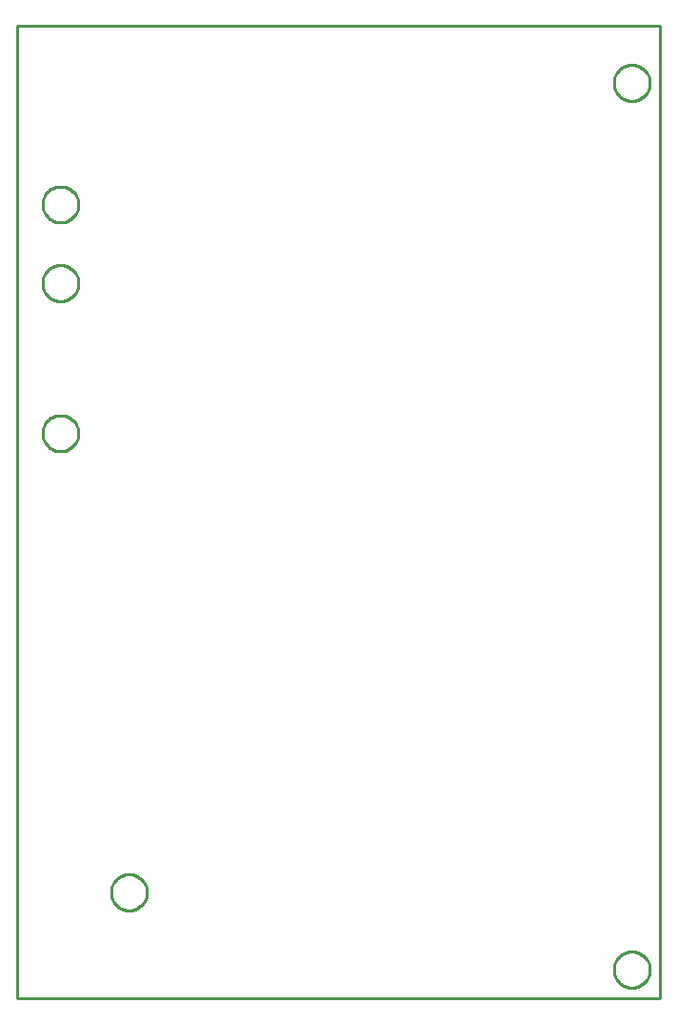
<source format=gbr>
G04 EAGLE Gerber RS-274X export*
G75*
%MOMM*%
%FSLAX34Y34*%
%LPD*%
%IN*%
%IPPOS*%
%AMOC8*
5,1,8,0,0,1.08239X$1,22.5*%
G01*
%ADD10C,0.254000*%


D10*
X0Y-101600D02*
X-571500Y-101600D01*
X-571500Y762000D01*
X0Y762000D01*
X0Y-101600D01*
X-549400Y532876D02*
X-549332Y531831D01*
X-549195Y530792D01*
X-548990Y529765D01*
X-548719Y528753D01*
X-548383Y527761D01*
X-547982Y526793D01*
X-547518Y525854D01*
X-546995Y524946D01*
X-546413Y524075D01*
X-545775Y523244D01*
X-545084Y522457D01*
X-544343Y521716D01*
X-543556Y521025D01*
X-542725Y520388D01*
X-541854Y519806D01*
X-540946Y519282D01*
X-540007Y518818D01*
X-539039Y518417D01*
X-538047Y518081D01*
X-537035Y517810D01*
X-536008Y517605D01*
X-534969Y517469D01*
X-533924Y517400D01*
X-532876Y517400D01*
X-531831Y517469D01*
X-530792Y517605D01*
X-529765Y517810D01*
X-528753Y518081D01*
X-527761Y518417D01*
X-526793Y518818D01*
X-525854Y519282D01*
X-524946Y519806D01*
X-524075Y520388D01*
X-523244Y521025D01*
X-522457Y521716D01*
X-521716Y522457D01*
X-521025Y523244D01*
X-520388Y524075D01*
X-519806Y524946D01*
X-519282Y525854D01*
X-518818Y526793D01*
X-518417Y527761D01*
X-518081Y528753D01*
X-517810Y529765D01*
X-517605Y530792D01*
X-517469Y531831D01*
X-517400Y532876D01*
X-517400Y533924D01*
X-517469Y534969D01*
X-517605Y536008D01*
X-517810Y537035D01*
X-518081Y538047D01*
X-518417Y539039D01*
X-518818Y540007D01*
X-519282Y540946D01*
X-519806Y541854D01*
X-520388Y542725D01*
X-521025Y543556D01*
X-521716Y544343D01*
X-522457Y545084D01*
X-523244Y545775D01*
X-524075Y546413D01*
X-524946Y546995D01*
X-525854Y547518D01*
X-526793Y547982D01*
X-527761Y548383D01*
X-528753Y548719D01*
X-529765Y548990D01*
X-530792Y549195D01*
X-531831Y549332D01*
X-532876Y549400D01*
X-533924Y549400D01*
X-534969Y549332D01*
X-536008Y549195D01*
X-537035Y548990D01*
X-538047Y548719D01*
X-539039Y548383D01*
X-540007Y547982D01*
X-540946Y547518D01*
X-541854Y546995D01*
X-542725Y546413D01*
X-543556Y545775D01*
X-544343Y545084D01*
X-545084Y544343D01*
X-545775Y543556D01*
X-546413Y542725D01*
X-546995Y541854D01*
X-547518Y540946D01*
X-547982Y540007D01*
X-548383Y539039D01*
X-548719Y538047D01*
X-548990Y537035D01*
X-549195Y536008D01*
X-549332Y534969D01*
X-549400Y533924D01*
X-549400Y532876D01*
X-41400Y710676D02*
X-41332Y709631D01*
X-41195Y708592D01*
X-40990Y707565D01*
X-40719Y706553D01*
X-40383Y705561D01*
X-39982Y704593D01*
X-39518Y703654D01*
X-38995Y702746D01*
X-38413Y701875D01*
X-37775Y701044D01*
X-37084Y700257D01*
X-36343Y699516D01*
X-35556Y698825D01*
X-34725Y698188D01*
X-33854Y697606D01*
X-32946Y697082D01*
X-32007Y696618D01*
X-31039Y696217D01*
X-30047Y695881D01*
X-29035Y695610D01*
X-28008Y695405D01*
X-26969Y695269D01*
X-25924Y695200D01*
X-24876Y695200D01*
X-23831Y695269D01*
X-22792Y695405D01*
X-21765Y695610D01*
X-20753Y695881D01*
X-19761Y696217D01*
X-18793Y696618D01*
X-17854Y697082D01*
X-16946Y697606D01*
X-16075Y698188D01*
X-15244Y698825D01*
X-14457Y699516D01*
X-13716Y700257D01*
X-13025Y701044D01*
X-12388Y701875D01*
X-11806Y702746D01*
X-11282Y703654D01*
X-10818Y704593D01*
X-10417Y705561D01*
X-10081Y706553D01*
X-9810Y707565D01*
X-9605Y708592D01*
X-9469Y709631D01*
X-9400Y710676D01*
X-9400Y711724D01*
X-9469Y712769D01*
X-9605Y713808D01*
X-9810Y714835D01*
X-10081Y715847D01*
X-10417Y716839D01*
X-10818Y717807D01*
X-11282Y718746D01*
X-11806Y719654D01*
X-12388Y720525D01*
X-13025Y721356D01*
X-13716Y722143D01*
X-14457Y722884D01*
X-15244Y723575D01*
X-16075Y724213D01*
X-16946Y724795D01*
X-17854Y725318D01*
X-18793Y725782D01*
X-19761Y726183D01*
X-20753Y726519D01*
X-21765Y726790D01*
X-22792Y726995D01*
X-23831Y727132D01*
X-24876Y727200D01*
X-25924Y727200D01*
X-26969Y727132D01*
X-28008Y726995D01*
X-29035Y726790D01*
X-30047Y726519D01*
X-31039Y726183D01*
X-32007Y725782D01*
X-32946Y725318D01*
X-33854Y724795D01*
X-34725Y724213D01*
X-35556Y723575D01*
X-36343Y722884D01*
X-37084Y722143D01*
X-37775Y721356D01*
X-38413Y720525D01*
X-38995Y719654D01*
X-39518Y718746D01*
X-39982Y717807D01*
X-40383Y716839D01*
X-40719Y715847D01*
X-40990Y714835D01*
X-41195Y713808D01*
X-41332Y712769D01*
X-41400Y711724D01*
X-41400Y710676D01*
X-41400Y-76724D02*
X-41332Y-77769D01*
X-41195Y-78808D01*
X-40990Y-79835D01*
X-40719Y-80847D01*
X-40383Y-81839D01*
X-39982Y-82807D01*
X-39518Y-83746D01*
X-38995Y-84654D01*
X-38413Y-85525D01*
X-37775Y-86356D01*
X-37084Y-87143D01*
X-36343Y-87884D01*
X-35556Y-88575D01*
X-34725Y-89213D01*
X-33854Y-89795D01*
X-32946Y-90318D01*
X-32007Y-90782D01*
X-31039Y-91183D01*
X-30047Y-91519D01*
X-29035Y-91790D01*
X-28008Y-91995D01*
X-26969Y-92132D01*
X-25924Y-92200D01*
X-24876Y-92200D01*
X-23831Y-92132D01*
X-22792Y-91995D01*
X-21765Y-91790D01*
X-20753Y-91519D01*
X-19761Y-91183D01*
X-18793Y-90782D01*
X-17854Y-90318D01*
X-16946Y-89795D01*
X-16075Y-89213D01*
X-15244Y-88575D01*
X-14457Y-87884D01*
X-13716Y-87143D01*
X-13025Y-86356D01*
X-12388Y-85525D01*
X-11806Y-84654D01*
X-11282Y-83746D01*
X-10818Y-82807D01*
X-10417Y-81839D01*
X-10081Y-80847D01*
X-9810Y-79835D01*
X-9605Y-78808D01*
X-9469Y-77769D01*
X-9400Y-76724D01*
X-9400Y-75676D01*
X-9469Y-74631D01*
X-9605Y-73592D01*
X-9810Y-72565D01*
X-10081Y-71553D01*
X-10417Y-70561D01*
X-10818Y-69593D01*
X-11282Y-68654D01*
X-11806Y-67746D01*
X-12388Y-66875D01*
X-13025Y-66044D01*
X-13716Y-65257D01*
X-14457Y-64516D01*
X-15244Y-63825D01*
X-16075Y-63188D01*
X-16946Y-62606D01*
X-17854Y-62082D01*
X-18793Y-61618D01*
X-19761Y-61217D01*
X-20753Y-60881D01*
X-21765Y-60610D01*
X-22792Y-60405D01*
X-23831Y-60269D01*
X-24876Y-60200D01*
X-25924Y-60200D01*
X-26969Y-60269D01*
X-28008Y-60405D01*
X-29035Y-60610D01*
X-30047Y-60881D01*
X-31039Y-61217D01*
X-32007Y-61618D01*
X-32946Y-62082D01*
X-33854Y-62606D01*
X-34725Y-63188D01*
X-35556Y-63825D01*
X-36343Y-64516D01*
X-37084Y-65257D01*
X-37775Y-66044D01*
X-38413Y-66875D01*
X-38995Y-67746D01*
X-39518Y-68654D01*
X-39982Y-69593D01*
X-40383Y-70561D01*
X-40719Y-71553D01*
X-40990Y-72565D01*
X-41195Y-73592D01*
X-41332Y-74631D01*
X-41400Y-75676D01*
X-41400Y-76724D01*
X-488460Y-8114D02*
X-488392Y-9159D01*
X-488255Y-10198D01*
X-488050Y-11225D01*
X-487779Y-12237D01*
X-487443Y-13229D01*
X-487042Y-14197D01*
X-486578Y-15136D01*
X-486055Y-16044D01*
X-485473Y-16915D01*
X-484835Y-17746D01*
X-484144Y-18533D01*
X-483403Y-19274D01*
X-482616Y-19965D01*
X-481785Y-20603D01*
X-480914Y-21185D01*
X-480006Y-21708D01*
X-479067Y-22172D01*
X-478099Y-22573D01*
X-477107Y-22909D01*
X-476095Y-23180D01*
X-475068Y-23385D01*
X-474029Y-23522D01*
X-472984Y-23590D01*
X-471936Y-23590D01*
X-470891Y-23522D01*
X-469852Y-23385D01*
X-468825Y-23180D01*
X-467813Y-22909D01*
X-466821Y-22573D01*
X-465853Y-22172D01*
X-464914Y-21708D01*
X-464006Y-21185D01*
X-463135Y-20603D01*
X-462304Y-19965D01*
X-461517Y-19274D01*
X-460776Y-18533D01*
X-460085Y-17746D01*
X-459448Y-16915D01*
X-458866Y-16044D01*
X-458342Y-15136D01*
X-457878Y-14197D01*
X-457477Y-13229D01*
X-457141Y-12237D01*
X-456870Y-11225D01*
X-456665Y-10198D01*
X-456529Y-9159D01*
X-456460Y-8114D01*
X-456460Y-7066D01*
X-456529Y-6021D01*
X-456665Y-4982D01*
X-456870Y-3955D01*
X-457141Y-2943D01*
X-457477Y-1951D01*
X-457878Y-983D01*
X-458342Y-44D01*
X-458866Y864D01*
X-459448Y1735D01*
X-460085Y2566D01*
X-460776Y3353D01*
X-461517Y4094D01*
X-462304Y4785D01*
X-463135Y5423D01*
X-464006Y6005D01*
X-464914Y6528D01*
X-465853Y6992D01*
X-466821Y7393D01*
X-467813Y7729D01*
X-468825Y8000D01*
X-469852Y8205D01*
X-470891Y8342D01*
X-471936Y8410D01*
X-472984Y8410D01*
X-474029Y8342D01*
X-475068Y8205D01*
X-476095Y8000D01*
X-477107Y7729D01*
X-478099Y7393D01*
X-479067Y6992D01*
X-480006Y6528D01*
X-480914Y6005D01*
X-481785Y5423D01*
X-482616Y4785D01*
X-483403Y4094D01*
X-484144Y3353D01*
X-484835Y2566D01*
X-485473Y1735D01*
X-486055Y864D01*
X-486578Y-44D01*
X-487042Y-983D01*
X-487443Y-1951D01*
X-487779Y-2943D01*
X-488050Y-3955D01*
X-488255Y-4982D01*
X-488392Y-6021D01*
X-488460Y-7066D01*
X-488460Y-8114D01*
X-549400Y602726D02*
X-549332Y601681D01*
X-549195Y600642D01*
X-548990Y599615D01*
X-548719Y598603D01*
X-548383Y597611D01*
X-547982Y596643D01*
X-547518Y595704D01*
X-546995Y594796D01*
X-546413Y593925D01*
X-545775Y593094D01*
X-545084Y592307D01*
X-544343Y591566D01*
X-543556Y590875D01*
X-542725Y590238D01*
X-541854Y589656D01*
X-540946Y589132D01*
X-540007Y588668D01*
X-539039Y588267D01*
X-538047Y587931D01*
X-537035Y587660D01*
X-536008Y587455D01*
X-534969Y587319D01*
X-533924Y587250D01*
X-532876Y587250D01*
X-531831Y587319D01*
X-530792Y587455D01*
X-529765Y587660D01*
X-528753Y587931D01*
X-527761Y588267D01*
X-526793Y588668D01*
X-525854Y589132D01*
X-524946Y589656D01*
X-524075Y590238D01*
X-523244Y590875D01*
X-522457Y591566D01*
X-521716Y592307D01*
X-521025Y593094D01*
X-520388Y593925D01*
X-519806Y594796D01*
X-519282Y595704D01*
X-518818Y596643D01*
X-518417Y597611D01*
X-518081Y598603D01*
X-517810Y599615D01*
X-517605Y600642D01*
X-517469Y601681D01*
X-517400Y602726D01*
X-517400Y603774D01*
X-517469Y604819D01*
X-517605Y605858D01*
X-517810Y606885D01*
X-518081Y607897D01*
X-518417Y608889D01*
X-518818Y609857D01*
X-519282Y610796D01*
X-519806Y611704D01*
X-520388Y612575D01*
X-521025Y613406D01*
X-521716Y614193D01*
X-522457Y614934D01*
X-523244Y615625D01*
X-524075Y616263D01*
X-524946Y616845D01*
X-525854Y617368D01*
X-526793Y617832D01*
X-527761Y618233D01*
X-528753Y618569D01*
X-529765Y618840D01*
X-530792Y619045D01*
X-531831Y619182D01*
X-532876Y619250D01*
X-533924Y619250D01*
X-534969Y619182D01*
X-536008Y619045D01*
X-537035Y618840D01*
X-538047Y618569D01*
X-539039Y618233D01*
X-540007Y617832D01*
X-540946Y617368D01*
X-541854Y616845D01*
X-542725Y616263D01*
X-543556Y615625D01*
X-544343Y614934D01*
X-545084Y614193D01*
X-545775Y613406D01*
X-546413Y612575D01*
X-546995Y611704D01*
X-547518Y610796D01*
X-547982Y609857D01*
X-548383Y608889D01*
X-548719Y607897D01*
X-548990Y606885D01*
X-549195Y605858D01*
X-549332Y604819D01*
X-549400Y603774D01*
X-549400Y602726D01*
X-549400Y399526D02*
X-549332Y398481D01*
X-549195Y397442D01*
X-548990Y396415D01*
X-548719Y395403D01*
X-548383Y394411D01*
X-547982Y393443D01*
X-547518Y392504D01*
X-546995Y391596D01*
X-546413Y390725D01*
X-545775Y389894D01*
X-545084Y389107D01*
X-544343Y388366D01*
X-543556Y387675D01*
X-542725Y387038D01*
X-541854Y386456D01*
X-540946Y385932D01*
X-540007Y385468D01*
X-539039Y385067D01*
X-538047Y384731D01*
X-537035Y384460D01*
X-536008Y384255D01*
X-534969Y384119D01*
X-533924Y384050D01*
X-532876Y384050D01*
X-531831Y384119D01*
X-530792Y384255D01*
X-529765Y384460D01*
X-528753Y384731D01*
X-527761Y385067D01*
X-526793Y385468D01*
X-525854Y385932D01*
X-524946Y386456D01*
X-524075Y387038D01*
X-523244Y387675D01*
X-522457Y388366D01*
X-521716Y389107D01*
X-521025Y389894D01*
X-520388Y390725D01*
X-519806Y391596D01*
X-519282Y392504D01*
X-518818Y393443D01*
X-518417Y394411D01*
X-518081Y395403D01*
X-517810Y396415D01*
X-517605Y397442D01*
X-517469Y398481D01*
X-517400Y399526D01*
X-517400Y400574D01*
X-517469Y401619D01*
X-517605Y402658D01*
X-517810Y403685D01*
X-518081Y404697D01*
X-518417Y405689D01*
X-518818Y406657D01*
X-519282Y407596D01*
X-519806Y408504D01*
X-520388Y409375D01*
X-521025Y410206D01*
X-521716Y410993D01*
X-522457Y411734D01*
X-523244Y412425D01*
X-524075Y413063D01*
X-524946Y413645D01*
X-525854Y414168D01*
X-526793Y414632D01*
X-527761Y415033D01*
X-528753Y415369D01*
X-529765Y415640D01*
X-530792Y415845D01*
X-531831Y415982D01*
X-532876Y416050D01*
X-533924Y416050D01*
X-534969Y415982D01*
X-536008Y415845D01*
X-537035Y415640D01*
X-538047Y415369D01*
X-539039Y415033D01*
X-540007Y414632D01*
X-540946Y414168D01*
X-541854Y413645D01*
X-542725Y413063D01*
X-543556Y412425D01*
X-544343Y411734D01*
X-545084Y410993D01*
X-545775Y410206D01*
X-546413Y409375D01*
X-546995Y408504D01*
X-547518Y407596D01*
X-547982Y406657D01*
X-548383Y405689D01*
X-548719Y404697D01*
X-548990Y403685D01*
X-549195Y402658D01*
X-549332Y401619D01*
X-549400Y400574D01*
X-549400Y399526D01*
M02*

</source>
